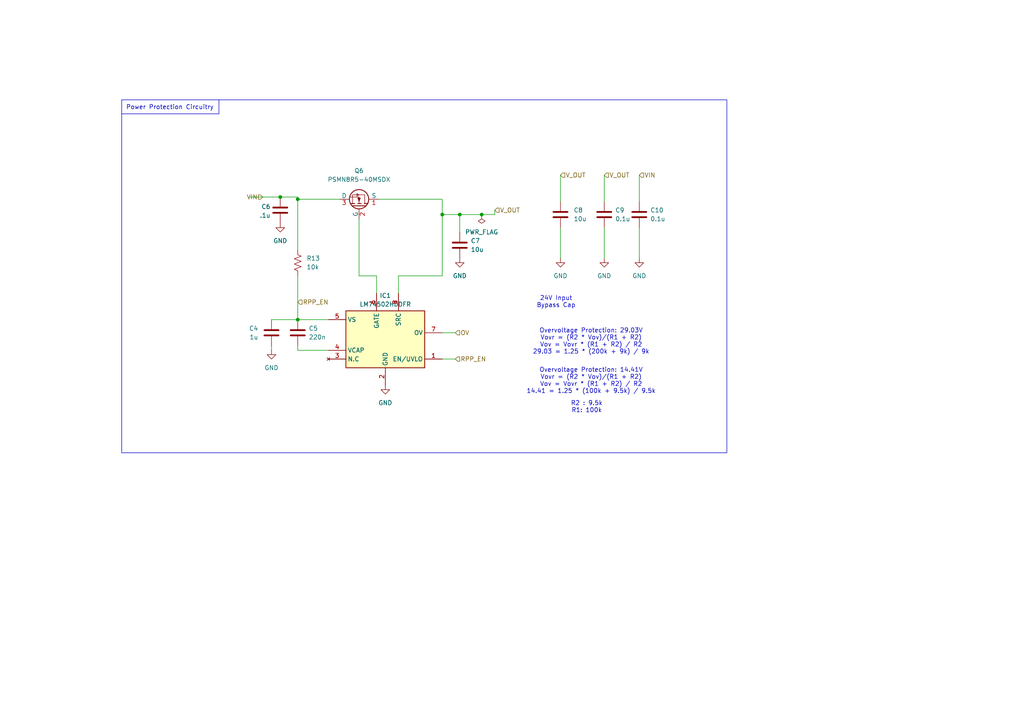
<source format=kicad_sch>
(kicad_sch (version 20250114) (generator "eeschema") (generator_version "9.0")
  (paper "A4")
  (lib_symbols
    (symbol "Device:C" (pin_numbers (hide yes)) (pin_names (offset 0.254))
      (property "Reference" "C" (at 0.635 2.54 0))
      (property "Value" "C" (at 0.635 -2.54 0))
      (symbol "C_0_1"
        (polyline (pts (xy -2.032 0.762) (xy 2.032 0.762)) (stroke (width 0.508)))
        (polyline (pts (xy -2.032 -0.762) (xy 2.032 -0.762)) (stroke (width 0.508)))
      )
      (symbol "C_1_1"
        (pin passive line (at 0 3.81 270) (length 2.794) (name "~") (number "1"))
        (pin passive line (at 0 -3.81 90) (length 2.794) (name "~") (number "2"))
      )
    )
    (symbol "Device:R_US" (pin_numbers (hide yes)) (pin_names (offset 0))
      (property "Reference" "R" (at 2.54 0 90))
      (property "Value" "R_US" (at -2.54 0 90))
      (symbol "R_US_0_1"
        (polyline (pts (xy 0 2.286) (xy 0 2.54)))
        (polyline (pts (xy 0 2.286) (xy 1.016 1.905) (xy 0 1.524) (xy -1.016 1.143) (xy 0 0.762)))
        (polyline (pts (xy 0 0.762) (xy 1.016 0.381) (xy 0 0) (xy -1.016 -0.381) (xy 0 -0.762)))
        (polyline (pts (xy 0 -0.762) (xy 1.016 -1.143) (xy 0 -1.524) (xy -1.016 -1.905) (xy 0 -2.286)))
        (polyline (pts (xy 0 -2.286) (xy 0 -2.54)))
      )
      (symbol "R_US_1_1"
        (pin passive line (at 0 3.81 270) (length 1.27) (name "~") (number "1"))
        (pin passive line (at 0 -3.81 90) (length 1.27) (name "~") (number "2"))
      )
    )
    (symbol "UTSVT_ICs:LM74502HDDFR"
      (property "Reference" "IC" (at 29.21 7.62 0))
      (property "Value" "LM74502HDDFR" (at 29.21 5.08 0))
      (symbol "LM74502HDDFR_1_1"
        (rectangle (start 5.08 2.54) (end 27.94 -13.97) (stroke (width 0.254)) (fill (type background)))
        (pin passive line (at 0 0 0) (length 5.08) (name "VS") (number "5"))
        (pin passive line (at 0 -8.89 0) (length 5.08) (name "VCAP") (number "4"))
        (pin no_connect line (at 0 -11.43 0) (length 5.08) (name "N.C") (number "3"))
        (pin passive line (at 13.97 7.62 270) (length 5.08) (name "GATE") (number "6"))
        (pin passive line (at 16.51 -19.05 90) (length 5.08) (name "GND") (number "2"))
        (pin passive line (at 20.32 7.62 270) (length 5.08) (name "SRC") (number "8"))
        (pin passive line (at 33.02 -3.81 180) (length 5.08) (name "OV") (number "7"))
        (pin passive line (at 33.02 -11.43 180) (length 5.08) (name "EN/UVLO") (number "1"))
      )
    )
    (symbol "power:GND" (power) (pin_numbers (hide yes)) (pin_names (offset 0) (hide yes))
      (property "Value" "GND" (at 0 -3.81 0))
      (symbol "GND_0_1"
        (polyline (pts (xy 0 0) (xy 0 -1.27) (xy 1.27 -1.27) (xy 0 -2.54) (xy -1.27 -1.27) (xy 0 -1.27)))
      )
      (symbol "GND_1_1"
        (pin power_in line (at 0 0 270) (length 0) (name "~") (number "1"))
      )
    )
    (symbol "power:PWR_FLAG" (power) (pin_numbers (hide yes)) (pin_names (offset 0) (hide yes))
      (property "Value" "PWR_FLAG" (at 0 3.81 0))
      (symbol "PWR_FLAG_0_0"
        (pin power_out line (at 0 0 90) (length 0) (name "~") (number "1"))
      )
      (symbol "PWR_FLAG_0_1"
        (polyline (pts (xy 0 0) (xy 0 1.27) (xy -1.016 1.905) (xy 0 2.54) (xy 1.016 1.905) (xy 0 1.27)))
      )
    )
    (symbol "utsvt_power:PSMN8R5-40MSDX" (pin_names (offset 0))
      (property "Reference" "Q" (at -8.128 7.112 0))
      (property "Value" "PSMN8R5-40MSDX" (at -8.255 4.445 0))
      (symbol "PSMN8R5-40MSDX_0_1"
        (polyline (pts (xy -2.54 -1.905) (xy -1.524 -1.905)) (stroke (width 0.254)))
        (polyline (pts (xy -1.905 -2.54) (xy 1.905 -2.54)) (stroke (width 0.254)))
        (polyline (pts (xy -0.635 -1.905) (xy 0.381 -1.905)) (stroke (width 0.254)))
        (polyline (pts (xy 0 0.635) (xy 0.635 0.254) (xy 0.635 1.016) (xy 0 0.635)))
        (circle (center 0 -0.635) (radius 2.794) (stroke (width 0.254)))
        (polyline (pts (xy 0 -1.27) (xy -0.381 -0.254) (xy 0.381 -0.254) (xy 0 -1.27)) (fill (type outline)))
        (polyline (pts (xy 1.27 -1.905) (xy 2.286 -1.905)) (stroke (width 0.254)))
        (polyline (pts (xy 1.905 -1.905) (xy 1.905 0.635) (xy -1.651 0.635) (xy -1.651 -1.905)))
        (polyline (pts (xy 2.54 0) (xy 0 0) (xy 0 -1.778)))
      )
      (symbol "PSMN8R5-40MSDX_1_1"
        (pin passive line (at -5.715 -0.635 0) (length 2.794) (name "S") (number "1"))
        (pin passive line (at 0 -6.35 90) (length 2.794) (name "G") (number "2"))
        (pin passive line (at 5.715 -0.635 180) (length 2.794) (name "D") (number "3"))
      )
    )
  )
  (rectangle (start 35.306 28.956) (end 210.82 131.318))
  (text "Overvoltage Protection: 29.03V\nVovr = (R2 * Vov)/(R1 + R2)\nVov = Vovr * (R1 + R2) / R2\n29.03 = 1.25 * (200k + 9k) / 9k" (at 171.45 99.06 0) (effects (font (size 1.27 1.27))))
  (text "Overvoltage Protection: 14.41V\nVovr = (R2 * Vov)/(R1 + R2)\nVov = Vovr * (R1 + R2) / R2\n14.41 = 1.25 * (100k + 9.5k) / 9.5k" (at 171.45 110.49 0) (effects (font (size 1.27 1.27))))
  (text "Power Protection Circuitry" (at 49.276 31.242 0) (effects (font (size 1.27 1.27))))
  (text "R2 : 9.5k\nR1: 100k" (at 170.18 118.11 0) (effects (font (size 1.27 1.27))))
  (text "24V Input\nBypass Cap" (at 161.29 87.63 0) (effects (font (size 1.27 1.27))))
  (junction (at 139.7 62.23))
  (junction (at 128.27 62.23))
  (junction (at 86.36 92.71))
  (junction (at 133.35 62.23))
  (junction (at 86.36 57.785))
  (junction (at 81.28 57.15))
  (wire (pts (xy 143.51 62.23) (xy 143.51 60.96)))
  (wire (pts (xy 132.08 104.14) (xy 128.27 104.14)))
  (wire (pts (xy 115.57 80.01) (xy 128.27 80.01)))
  (wire (pts (xy 132.08 96.52) (xy 128.27 96.52)))
  (wire (pts (xy 133.35 62.23) (xy 139.7 62.23)))
  (wire (pts (xy 78.74 92.71) (xy 86.36 92.71)))
  (wire (pts (xy 128.27 57.785) (xy 128.27 62.23)))
  (wire (pts (xy 72.39 57.15) (xy 81.28 57.15)))
  (wire (pts (xy 104.14 63.5) (xy 104.14 80.01)))
  (wire (pts (xy 128.27 62.23) (xy 128.27 80.01)))
  (wire (pts (xy 128.27 62.23) (xy 133.35 62.23)))
  (wire (pts (xy 86.36 101.6) (xy 95.25 101.6)))
  (wire (pts (xy 128.27 57.785) (xy 109.855 57.785)))
  (polyline (pts (xy 63.5 28.956) (xy 63.5 33.02)))
  (wire (pts (xy 86.36 57.15) (xy 86.36 57.785)))
  (wire (pts (xy 185.42 66.04) (xy 185.42 74.93)))
  (wire (pts (xy 86.36 92.71) (xy 95.25 92.71)))
  (wire (pts (xy 115.57 85.09) (xy 115.57 80.01)))
  (wire (pts (xy 175.26 66.04) (xy 175.26 74.93)))
  (wire (pts (xy 86.36 80.01) (xy 86.36 92.71)))
  (wire (pts (xy 98.425 57.785) (xy 86.36 57.785)))
  (polyline (pts (xy 35.306 33.02) (xy 63.5 33.02)))
  (wire (pts (xy 133.35 62.23) (xy 133.35 67.31)))
  (wire (pts (xy 86.36 100.33) (xy 86.36 101.6)))
  (wire (pts (xy 81.28 57.15) (xy 86.36 57.15)))
  (wire (pts (xy 104.14 80.01) (xy 109.22 80.01)))
  (wire (pts (xy 139.7 62.23) (xy 143.51 62.23)))
  (wire (pts (xy 109.22 85.09) (xy 109.22 80.01)))
  (wire (pts (xy 175.26 50.8) (xy 175.26 58.42)))
  (wire (pts (xy 185.42 50.8) (xy 185.42 58.42)))
  (wire (pts (xy 162.56 66.04) (xy 162.56 74.93)))
  (wire (pts (xy 162.56 50.8) (xy 162.56 58.42)))
  (wire (pts (xy 86.36 57.785) (xy 86.36 72.39)))
  (wire (pts (xy 78.74 101.6) (xy 78.74 100.33)))
  (hierarchical_label "OV" (shape input) (at 132.08 96.52 0))
  (hierarchical_label "V_OUT" (shape input) (at 143.51 60.96 0))
  (hierarchical_label "RPP_EN" (shape input) (at 86.36 87.63 0))
  (hierarchical_label "VIN" (shape input) (at 76.2 57.15 180))
  (hierarchical_label "RPP_EN" (shape input) (at 132.08 104.14 0))
  (hierarchical_label "V_OUT" (shape input) (at 162.56 50.8 0))
  (hierarchical_label "VIN" (shape input) (at 185.42 50.8 0))
  (hierarchical_label "V_OUT" (shape input) (at 175.26 50.8 0))
  (symbol (lib_id "power:GND") (at 162.56 74.93 0) (unit 1)
    (property "Reference" "#PWR030" (effects (hide yes)))
    (property "Value" "GND" (at 162.56 80.01 0))
    (property "Description" "Power symbol creates a global label with name \"GND\" , ground" (effects (hide yes)))
    (instances (project "PS-MotorControllerInterfacePCB" (path "" (reference "#PWR030") (unit 1)) (path "" (reference "#PWR048") (unit 1))))
  )
  (symbol (lib_id "power:GND") (at 111.76 111.76 0) (unit 1)
    (property "Reference" "#PWR024" (effects (hide yes)))
    (property "Value" "GND" (at 111.76 116.84 0))
    (property "Description" "Power symbol creates a global label with name \"GND\" , ground" (effects (hide yes)))
    (instances (project "PS-MotorControllerInterfacePCB" (path "" (reference "#PWR024") (unit 1)) (path "" (reference "#PWR040") (unit 1))))
  )
  (symbol (lib_id "Device:C") (at 175.26 62.23 0) (unit 1)
    (property "Reference" "C9" (at 178.435 60.9599 0) (effects (justify left)))
    (property "Value" "0.1u" (at 178.435 63.4999 0) (effects (justify left)))
    (property "Footprint" "Capacitor_SMD:C_0603_1608Metric_Pad1.08x0.95mm_HandSolder" (effects (hide yes)))
    (property "Description" "Unpolarized capacitor" (effects (hide yes)))
    (property "Manufacturer_Part_Number" "MLASH168SB7104KTNA01" (effects (hide yes)))
    (instances (project "PS-MotorControllerInterfacePCB" (path "" (reference "C9") (unit 1)) (path "" (reference "C20") (unit 1))))
  )
  (symbol (lib_id "Device:R_US") (at 86.36 76.2 0) (unit 1)
    (property "Reference" "R13" (at 88.9 74.9299 0) (effects (justify left)))
    (property "Value" "10k" (at 88.9 77.4699 0) (effects (justify left)))
    (property "Footprint" "Resistor_SMD:R_0603_1608Metric_Pad0.98x0.95mm_HandSolder" (effects (hide yes)))
    (property "Description" "Resistor, US symbol" (effects (hide yes)))
    (property "Manufacturer_Part_Number" "CRCW060310K0FKEI " (effects (hide yes)))
    (instances (project "PS-MotorControllerInterfacePCB" (path "" (reference "R13") (unit 1)) (path "" (reference "R14") (unit 1))))
  )
  (symbol (lib_id "Device:C") (at 78.74 96.52 0) (mirror x) (unit 1)
    (property "Reference" "C4" (at 74.93 95.2499 0) (effects (justify right)))
    (property "Value" "1u" (at 74.93 97.7899 0) (effects (justify right)))
    (property "Footprint" "Capacitor_SMD:C_0603_1608Metric_Pad1.08x0.95mm_HandSolder" (effects (hide yes)))
    (property "Description" "Unpolarized capacitor" (effects (hide yes)))
    (property "Manufacturer_Part_Number" "MLASU168SB5105KTNA01" (effects (hide yes)))
    (instances (project "PS-MotorControllerInterfacePCB" (path "" (reference "C4") (unit 1)) (path "" (reference "C11") (unit 1))))
  )
  (symbol (lib_id "UTSVT_ICs:LM74502HDDFR") (at 95.25 92.71 0) (unit 1)
    (property "Reference" "IC1" (at 111.76 85.725 0))
    (property "Value" "LM74502HDDFR" (at 111.76 88.265 0))
    (property "Footprint" "UTSVT_Power:SOT65P280X110-8N" (effects (hide yes)))
    (property "Datasheet" "https://www.ti.com/lit/ds/symlink/lm74502h.pdf?HQS=dis-mous-null-mousermode-dsf-pf-null-wwe&ts=1659509238199&ref_url=https%253A%252F%252Fwww.mouser.vn%252F" (effects (hide yes)))
    (property "Description" "Hot Swap Voltage Controllers 3.2-V to 65-V industrial RPP controller with load disconnect, OVP, and high gate drive" (effects (hide yes)))
    (property "Height" "1.1" (effects (hide yes)))
    (property "Mouser Part Number" "595-LM74502HDDFR" (effects (hide yes)))
    (property "Mouser Price/Stock" "https://www.mouser.co.uk/ProductDetail/Texas-Instruments/LM74502HDDFR?qs=t7xnP681wgWDbfat8Yg%252B%2Fg%3D%3D" (effects (hide yes)))
    (property "Manufacturer_Name" "Texas Instruments" (effects (hide yes)))
    (property "Manufacturer_Part_Number" "LM74502HDDFR" (effects (hide yes)))
    (instances (project "PS-MotorControllerInterfacePCB" (path "" (reference "IC1") (unit 1)) (path "" (reference "IC2") (unit 1))))
  )
  (symbol (lib_id "Device:C") (at 185.42 62.23 0) (unit 1)
    (property "Reference" "C10" (at 188.595 60.9599 0) (effects (justify left)))
    (property "Value" "0.1u" (at 188.595 63.4999 0) (effects (justify left)))
    (property "Footprint" "Capacitor_SMD:C_0603_1608Metric_Pad1.08x0.95mm_HandSolder" (effects (hide yes)))
    (property "Description" "Unpolarized capacitor" (effects (hide yes)))
    (property "Manufacturer_Part_Number" "MLASH168SB7104KTNA01" (effects (hide yes)))
    (instances (project "PS-MotorControllerInterfacePCB" (path "" (reference "C10") (unit 1)) (path "" (reference "C21") (unit 1))))
  )
  (symbol (lib_id "power:GND") (at 133.35 74.93 0) (unit 1)
    (property "Reference" "#PWR029" (effects (hide yes)))
    (property "Value" "GND" (at 133.35 80.01 0))
    (property "Description" "Power symbol creates a global label with name \"GND\" , ground" (effects (hide yes)))
    (instances (project "PS-MotorControllerInterfacePCB" (path "" (reference "#PWR029") (unit 1)) (path "" (reference "#PWR042") (unit 1))))
  )
  (symbol (lib_id "utsvt_power:PSMN8R5-40MSDX") (at 104.14 57.15 0) (mirror y) (unit 1)
    (property "Reference" "Q6" (at 104.14 49.53 0))
    (property "Value" "PSMN8R5-40MSDX" (at 104.14 52.07 0))
    (property "Footprint" "UTSVT_Power:PSMN8R5-40MSDX" (effects (hide yes)))
    (property "Datasheet" "https://assets.nexperia.com/documents/data-sheet/PSMN8R5-40MSD.pdf" (effects (hide yes)))
    (property "Description" "MOSFETs PSMN8R5-40MSD/SOT1210/mLFPAK" (effects (hide yes)))
    (property "Height" "1" (effects (hide yes)))
    (property "Mouser Part Number" "771-PSMN8R5-40MSDX" (effects (hide yes)))
    (property "Mouser Price/Stock" "https://www.mouser.co.uk/ProductDetail/Nexperia/PSMN8R5-40MSDX?qs=vHuUswq2%252BswjdnYdBdHaPw%3D%3D" (effects (hide yes)))
    (property "Manufacturer_Name" "Nexperia" (effects (hide yes)))
    (property "Manufacturer_Part_Number" "PSMN8R5-40MSDX" (effects (hide yes)))
    (instances (project "" (path "" (reference "Q6") (unit 1)) (path "" (reference "Q7") (unit 1))))
  )
  (symbol (lib_id "power:GND") (at 81.28 64.77 0) (unit 1)
    (property "Reference" "#PWR034" (effects (hide yes)))
    (property "Value" "GND" (at 81.28 69.85 0))
    (property "Description" "Power symbol creates a global label with name \"GND\" , ground" (effects (hide yes)))
    (instances (project "" (path "" (reference "#PWR034") (unit 1)) (path "" (reference "#PWR054") (unit 1))))
  )
  (symbol (lib_id "power:GND") (at 185.42 74.93 0) (unit 1)
    (property "Reference" "#PWR032" (effects (hide yes)))
    (property "Value" "GND" (at 185.42 80.01 0))
    (property "Description" "Power symbol creates a global label with name \"GND\" , ground" (effects (hide yes)))
    (instances (project "PS-MotorControllerInterfacePCB" (path "" (reference "#PWR032") (unit 1)) (path "" (reference "#PWR076") (unit 1))))
  )
  (symbol (lib_id "Device:C") (at 81.28 60.96 0) (mirror x) (unit 1)
    (property "Reference" "C6" (at 78.486 59.944 0) (effects (justify right)))
    (property "Value" ".1u" (at 78.486 62.484 0) (effects (justify right)))
    (property "Footprint" "Capacitor_SMD:C_0603_1608Metric_Pad1.08x0.95mm_HandSolder" (effects (hide yes)))
    (property "Description" "Unpolarized capacitor" (effects (hide yes)))
    (property "Manufacturer_Part_Number" "06035C223K4T4A " (effects (hide yes)))
    (instances (project "PS-MotorControllerInterfacePCB" (path "" (reference "C6") (unit 1)) (path "" (reference "C13") (unit 1))))
  )
  (symbol (lib_id "Device:C") (at 133.35 71.12 0) (unit 1)
    (property "Reference" "C7" (at 136.525 69.8499 0) (effects (justify left)))
    (property "Value" "10u" (at 136.525 72.3899 0) (effects (justify left)))
    (property "Footprint" "Capacitor_SMD:C_0805_2012Metric_Pad1.18x1.45mm_HandSolder" (effects (hide yes)))
    (property "Description" "Unpolarized capacitor" (effects (hide yes)))
    (property "Manufacturer_Part_Number" "GRM21BR61H106KE43K" (effects (hide yes)))
    (instances (project "PS-MotorControllerInterfacePCB" (path "" (reference "C7") (unit 1)) (path "" (reference "C14") (unit 1))))
  )
  (symbol (lib_id "power:GND") (at 175.26 74.93 0) (unit 1)
    (property "Reference" "#PWR031" (effects (hide yes)))
    (property "Value" "GND" (at 175.26 80.01 0))
    (property "Description" "Power symbol creates a global label with name \"GND\" , ground" (effects (hide yes)))
    (instances (project "PS-MotorControllerInterfacePCB" (path "" (reference "#PWR031") (unit 1)) (path "" (reference "#PWR074") (unit 1))))
  )
  (symbol (lib_id "Device:C") (at 86.36 96.52 0) (mirror y) (unit 1)
    (property "Reference" "C5" (at 89.535 95.2499 0) (effects (justify right)))
    (property "Value" "220n" (at 89.535 97.7899 0) (effects (justify right)))
    (property "Footprint" "Capacitor_SMD:C_0603_1608Metric_Pad1.08x0.95mm_HandSolder" (effects (hide yes)))
    (property "Description" "Unpolarized capacitor" (effects (hide yes)))
    (property "Manufacturer_Part_Number" "MSASU168SB7224KTNB25 " (effects (hide yes)))
    (instances (project "PS-MotorControllerInterfacePCB" (path "" (reference "C5") (unit 1)) (path "" (reference "C12") (unit 1))))
  )
  (symbol (lib_id "power:GND") (at 78.74 101.6 0) (unit 1)
    (property "Reference" "#PWR017" (effects (hide yes)))
    (property "Value" "GND" (at 78.74 106.68 0))
    (property "Description" "Power symbol creates a global label with name \"GND\" , ground" (effects (hide yes)))
    (instances (project "PS-MotorControllerInterfacePCB" (path "" (reference "#PWR017") (unit 1)) (path "" (reference "#PWR039") (unit 1))))
  )
  (symbol (lib_id "Device:C") (at 162.56 62.23 0) (unit 1)
    (property "Reference" "C8" (at 166.37 60.9599 0) (effects (justify left)))
    (property "Value" "10u" (at 166.37 63.4999 0) (effects (justify left)))
    (property "Footprint" "Capacitor_SMD:C_0805_2012Metric_Pad1.18x1.45mm_HandSolder" (effects (hide yes)))
    (property "Description" "Unpolarized capacitor" (effects (hide yes)))
    (property "Manufacturer_Part_Number" "GRM21BR61H106KE43K" (effects (hide yes)))
    (instances (project "PS-MotorControllerInterfacePCB" (path "" (reference "C8") (unit 1)) (path "" (reference "C15") (unit 1))))
  )
  (symbol (lib_id "power:PWR_FLAG") (at 139.7 62.23 180) (unit 1)
    (property "Reference" "#FLG01" (effects (hide yes)))
    (property "Value" "PWR_FLAG" (at 139.7 67.31 0))
    (property "Description" "Special symbol for telling ERC where power comes from" (effects (hide yes)))
    (instances (project "PS-MotorControllerInterfacePCB" (path "" (reference "#FLG01") (unit 1)) (path "" (reference "#FLG04") (unit 1))))
  )
)
</source>
